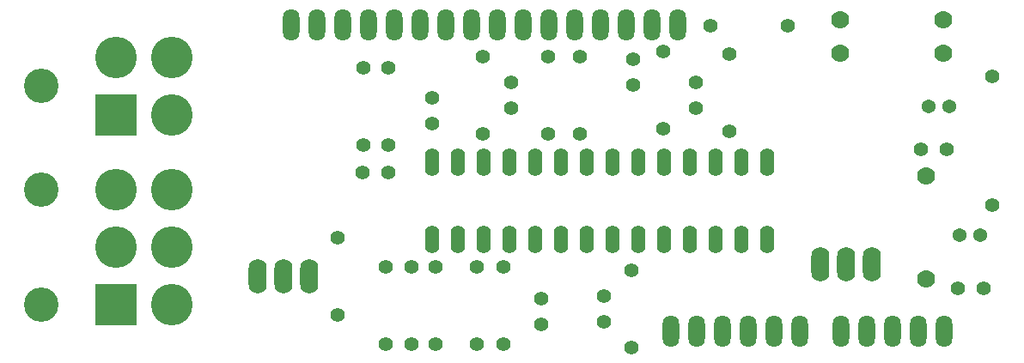
<source format=gts>
G04 #@! TF.GenerationSoftware,KiCad,Pcbnew,5.0.0+dfsg1-2*
G04 #@! TF.CreationDate,2019-01-23T11:39:39+01:00*
G04 #@! TF.ProjectId,SLC_Free_PCB,534C435F467265655F5043422E6B6963,rev?*
G04 #@! TF.SameCoordinates,Original*
G04 #@! TF.FileFunction,Soldermask,Top*
G04 #@! TF.FilePolarity,Negative*
%FSLAX46Y46*%
G04 Gerber Fmt 4.6, Leading zero omitted, Abs format (unit mm)*
G04 Created by KiCad (PCBNEW 5.0.0+dfsg1-2) date Wed Jan 23 11:39:39 2019*
%MOMM*%
%LPD*%
G01*
G04 APERTURE LIST*
%ADD10O,1.422400X2.743200*%
%ADD11C,1.422400*%
%ADD12C,1.778000*%
%ADD13O,1.778000X3.454400*%
%ADD14C,1.371600*%
%ADD15O,1.625600X3.149600*%
%ADD16R,4.100000X4.100000*%
%ADD17C,4.100000*%
%ADD18C,3.400000*%
G04 APERTURE END LIST*
D10*
G04 #@! TO.C,IC2*
X133347300Y-103848000D03*
X135887300Y-103848000D03*
X138427300Y-103848000D03*
X140967300Y-103848000D03*
X143507300Y-103848000D03*
X146047300Y-103848000D03*
X148587300Y-103848000D03*
X151127300Y-103848000D03*
X153667300Y-103848000D03*
X156207300Y-103848000D03*
X158747300Y-103848000D03*
X161287300Y-103848000D03*
X163827300Y-103848000D03*
X166367300Y-103848000D03*
X166367300Y-111468000D03*
X163827300Y-111468000D03*
X161287300Y-111468000D03*
X158747300Y-111468000D03*
X156207300Y-111468000D03*
X153667300Y-111468000D03*
X143507300Y-111468000D03*
X146047300Y-111468000D03*
X140967300Y-111468000D03*
X138427300Y-111468000D03*
X151127300Y-111468000D03*
X148587300Y-111468000D03*
X135887300Y-111468000D03*
X133347300Y-111468000D03*
G04 #@! TD*
D11*
G04 #@! TO.C,R13*
X124025500Y-118961000D03*
X124025500Y-111341000D03*
G04 #@! TD*
G04 #@! TO.C,R4*
X138300300Y-101079400D03*
X138300300Y-93459400D03*
G04 #@! TD*
G04 #@! TO.C,R12*
X152981500Y-122136000D03*
X152981500Y-114516000D03*
G04 #@! TD*
G04 #@! TO.C,R10*
X156105700Y-92926000D03*
X156105700Y-100546000D03*
G04 #@! TD*
G04 #@! TO.C,C6*
X141145100Y-96050200D03*
X141145100Y-98590200D03*
G04 #@! TD*
G04 #@! TO.C,C8*
X153130000Y-93740000D03*
X153130000Y-96280000D03*
G04 #@! TD*
G04 #@! TO.C,C5*
X133347300Y-97498000D03*
X133347300Y-100038000D03*
G04 #@! TD*
D12*
G04 #@! TO.C,D2*
X183690100Y-89852600D03*
X173530100Y-89852600D03*
G04 #@! TD*
G04 #@! TO.C,D3*
X183715500Y-93103800D03*
X173555500Y-93103800D03*
G04 #@! TD*
D11*
G04 #@! TO.C,R8*
X144777300Y-101079400D03*
X144777300Y-93459400D03*
G04 #@! TD*
G04 #@! TO.C,R2*
X128775300Y-121805800D03*
X128775300Y-114185800D03*
G04 #@! TD*
G04 #@! TO.C,R6*
X133702900Y-121805800D03*
X133702900Y-114185800D03*
G04 #@! TD*
G04 #@! TO.C,R7*
X147926900Y-93459400D03*
X147926900Y-101079400D03*
G04 #@! TD*
D13*
G04 #@! TO.C,IC3*
X121180700Y-115125600D03*
X118640700Y-115125600D03*
X116100700Y-115125600D03*
G04 #@! TD*
D11*
G04 #@! TO.C,R5*
X137741500Y-114185800D03*
X137741500Y-121805800D03*
G04 #@! TD*
G04 #@! TO.C,R9*
X140332300Y-121805800D03*
X140332300Y-114185800D03*
G04 #@! TD*
G04 #@! TO.C,C7*
X144040700Y-119900800D03*
X144040700Y-117360800D03*
G04 #@! TD*
D13*
G04 #@! TO.C,IC1*
X176654300Y-113957200D03*
X174114300Y-113957200D03*
X171574300Y-113957200D03*
G04 #@! TD*
D11*
G04 #@! TO.C,C2*
X181480300Y-102654200D03*
X184020300Y-102654200D03*
G04 #@! TD*
G04 #@! TO.C,C4*
X187677900Y-116294000D03*
X185137900Y-116294000D03*
G04 #@! TD*
D12*
G04 #@! TO.C,D1*
X182039100Y-105270400D03*
X182039100Y-115430400D03*
G04 #@! TD*
D14*
G04 #@! TO.C,C1*
X184274300Y-98361600D03*
X182242300Y-98361600D03*
G04 #@! TD*
G04 #@! TO.C,C3*
X187347700Y-111061600D03*
X185315700Y-111061600D03*
G04 #@! TD*
D11*
G04 #@! TO.C,R3*
X131264500Y-114185800D03*
X131264500Y-121805800D03*
G04 #@! TD*
D15*
G04 #@! TO.C,JP3*
X183817100Y-120586600D03*
X181277100Y-120586600D03*
X178737100Y-120586600D03*
X176197100Y-120586600D03*
X173657100Y-120586600D03*
G04 #@! TD*
D11*
G04 #@! TO.C,R11*
X162582700Y-93205400D03*
X162582700Y-100825400D03*
G04 #@! TD*
D15*
G04 #@! TO.C,JP4*
X157578900Y-90309800D03*
X155038900Y-90309800D03*
X152498900Y-90309800D03*
X149958900Y-90309800D03*
X147418900Y-90309800D03*
X144878900Y-90309800D03*
X142338900Y-90309800D03*
X139798900Y-90309800D03*
X137258900Y-90309800D03*
X134718900Y-90309800D03*
X132178900Y-90309800D03*
X129638900Y-90309800D03*
X127098900Y-90309800D03*
X124558900Y-90309800D03*
X122018900Y-90309800D03*
X119478900Y-90309800D03*
G04 #@! TD*
D11*
G04 #@! TO.C,C10*
X150238300Y-117056000D03*
X150238300Y-119596000D03*
G04 #@! TD*
G04 #@! TO.C,C9*
X159356900Y-98514000D03*
X159356900Y-95974000D03*
G04 #@! TD*
G04 #@! TO.C,C11*
X126463900Y-104889400D03*
X129003900Y-104889400D03*
G04 #@! TD*
G04 #@! TO.C,R14*
X129003900Y-102171600D03*
X129003900Y-94551600D03*
G04 #@! TD*
G04 #@! TO.C,R15*
X126565500Y-94551600D03*
X126565500Y-102171600D03*
G04 #@! TD*
G04 #@! TO.C,R16*
X168348500Y-90386000D03*
X160728500Y-90386000D03*
G04 #@! TD*
D15*
G04 #@! TO.C,JP5*
X169593100Y-120586600D03*
X167053100Y-120586600D03*
X164513100Y-120586600D03*
X161973100Y-120586600D03*
X159433100Y-120586600D03*
X156893100Y-120586600D03*
G04 #@! TD*
D11*
G04 #@! TO.C,R1*
X188541500Y-108089800D03*
X188541500Y-95389800D03*
G04 #@! TD*
D16*
G04 #@! TO.C,JP1*
X102140000Y-99230000D03*
D17*
X102140000Y-93530000D03*
X107640000Y-99230000D03*
X107640000Y-93530000D03*
D18*
X94840000Y-96380000D03*
G04 #@! TD*
D16*
G04 #@! TO.C,JP2*
X102140000Y-117970000D03*
D17*
X102140000Y-112270000D03*
X102140000Y-106570000D03*
X107640000Y-117970000D03*
X107640000Y-112270000D03*
X107640000Y-106570000D03*
D18*
X94840000Y-117970000D03*
X94840000Y-106570000D03*
G04 #@! TD*
M02*

</source>
